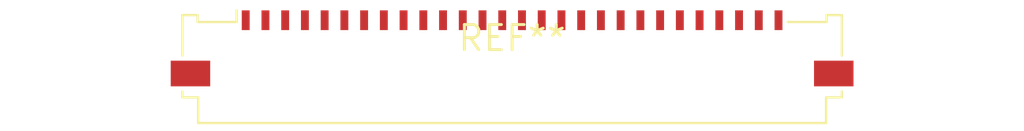
<source format=kicad_pcb>
(kicad_pcb (version 20240108) (generator pcbnew)
  (layers (0 "F.Cu" signal) (31 "B.Cu" signal) (34 "B.Paste" user) (35 "F.Paste" user) (36 "B.SilkS" user "B.Silkscreen") (37 "F.SilkS" user "F.Silkscreen") (38 "B.Mask" user) (39 "F.Mask" user) (44 "Edge.Cuts" user))
  (net 0 "")
  (footprint "Molex_200528-0280_1x28-1MP_P1.00mm_Horizontal" (layer "F.Cu") (at 0 0)
    (property "Reference" "REF**")
    (property "Value" "Molex_200528-0280_1x28-1MP_P1.00mm_Horizontal")
    (fp_line (start -16.71 -1.17) (end -16.71 0.88) (layer "F.SilkS") (stroke (width 0.12)))
    (fp_line (start -16.71 2.7) (end -16.71 3) (layer "F.SilkS") (stroke (width 0.12)))
    (fp_line (start -16.71 3) (end -15.91 3) (layer "F.SilkS") (stroke (width 0.12)))
    (fp_line (start -15.94 -1.17) (end -16.71 -1.17) (layer "F.SilkS") (stroke (width 0.12)))
    (fp_line (start -15.94 -0.82) (end -15.94 -1.17) (layer "F.SilkS") (stroke (width 0.12)))
    (fp_line (start -15.91 3) (end -15.91 4.3) (layer "F.SilkS") (stroke (width 0.12)))
    (fp_line (start -15.91 4.3) (end 15.91 4.3) (layer "F.SilkS") (stroke (width 0.12)))
    (fp_line (start -13.96 -1.41) (end -13.96 -0.82) (layer "F.SilkS") (stroke (width 0.12)))
    (fp_line (start -13.96 -0.82) (end -15.94 -0.82) (layer "F.SilkS") (stroke (width 0.12)))
    (fp_line (start 15.91 3) (end 16.71 3) (layer "F.SilkS") (stroke (width 0.12)))
    (fp_line (start 15.91 4.3) (end 15.91 3) (layer "F.SilkS") (stroke (width 0.12)))
    (fp_line (start 15.94 -1.17) (end 15.94 -0.82) (layer "F.SilkS") (stroke (width 0.12)))
    (fp_line (start 15.94 -0.82) (end 13.96 -0.82) (layer "F.SilkS") (stroke (width 0.12)))
    (fp_line (start 16.71 -1.17) (end 15.94 -1.17) (layer "F.SilkS") (stroke (width 0.12)))
    (fp_line (start 16.71 0.88) (end 16.71 -1.17) (layer "F.SilkS") (stroke (width 0.12)))
    (fp_line (start 16.71 3) (end 16.71 2.7) (layer "F.SilkS") (stroke (width 0.12)))
    (pad "1" smd rect (at -13.5 -0.91) (size 0.4 1) (layers "F.Cu" "F.Paste" "F.Mask"))
    (pad "2" smd rect (at -12.5 -0.91) (size 0.4 1) (layers "F.Cu" "F.Paste" "F.Mask"))
    (pad "3" smd rect (at -11.5 -0.91) (size 0.4 1) (layers "F.Cu" "F.Paste" "F.Mask"))
    (pad "4" smd rect (at -10.5 -0.91) (size 0.4 1) (layers "F.Cu" "F.Paste" "F.Mask"))
    (pad "5" smd rect (at -9.5 -0.91) (size 0.4 1) (layers "F.Cu" "F.Paste" "F.Mask"))
    (pad "6" smd rect (at -8.5 -0.91) (size 0.4 1) (layers "F.Cu" "F.Paste" "F.Mask"))
    (pad "7" smd rect (at -7.5 -0.91) (size 0.4 1) (layers "F.Cu" "F.Paste" "F.Mask"))
    (pad "8" smd rect (at -6.5 -0.91) (size 0.4 1) (layers "F.Cu" "F.Paste" "F.Mask"))
    (pad "9" smd rect (at -5.5 -0.91) (size 0.4 1) (layers "F.Cu" "F.Paste" "F.Mask"))
    (pad "10" smd rect (at -4.5 -0.91) (size 0.4 1) (layers "F.Cu" "F.Paste" "F.Mask"))
    (pad "11" smd rect (at -3.5 -0.91) (size 0.4 1) (layers "F.Cu" "F.Paste" "F.Mask"))
    (pad "12" smd rect (at -2.5 -0.91) (size 0.4 1) (layers "F.Cu" "F.Paste" "F.Mask"))
    (pad "13" smd rect (at -1.5 -0.91) (size 0.4 1) (layers "F.Cu" "F.Paste" "F.Mask"))
    (pad "14" smd rect (at -0.5 -0.91) (size 0.4 1) (layers "F.Cu" "F.Paste" "F.Mask"))
    (pad "15" smd rect (at 0.5 -0.91) (size 0.4 1) (layers "F.Cu" "F.Paste" "F.Mask"))
    (pad "16" smd rect (at 1.5 -0.91) (size 0.4 1) (layers "F.Cu" "F.Paste" "F.Mask"))
    (pad "17" smd rect (at 2.5 -0.91) (size 0.4 1) (layers "F.Cu" "F.Paste" "F.Mask"))
    (pad "18" smd rect (at 3.5 -0.91) (size 0.4 1) (layers "F.Cu" "F.Paste" "F.Mask"))
    (pad "19" smd rect (at 4.5 -0.91) (size 0.4 1) (layers "F.Cu" "F.Paste" "F.Mask"))
    (pad "20" smd rect (at 5.5 -0.91) (size 0.4 1) (layers "F.Cu" "F.Paste" "F.Mask"))
    (pad "21" smd rect (at 6.5 -0.91) (size 0.4 1) (layers "F.Cu" "F.Paste" "F.Mask"))
    (pad "22" smd rect (at 7.5 -0.91) (size 0.4 1) (layers "F.Cu" "F.Paste" "F.Mask"))
    (pad "23" smd rect (at 8.5 -0.91) (size 0.4 1) (layers "F.Cu" "F.Paste" "F.Mask"))
    (pad "24" smd rect (at 9.5 -0.91) (size 0.4 1) (layers "F.Cu" "F.Paste" "F.Mask"))
    (pad "25" smd rect (at 10.5 -0.91) (size 0.4 1) (layers "F.Cu" "F.Paste" "F.Mask"))
    (pad "26" smd rect (at 11.5 -0.91) (size 0.4 1) (layers "F.Cu" "F.Paste" "F.Mask"))
    (pad "27" smd rect (at 12.5 -0.91) (size 0.4 1) (layers "F.Cu" "F.Paste" "F.Mask"))
    (pad "28" smd rect (at 13.5 -0.91) (size 0.4 1) (layers "F.Cu" "F.Paste" "F.Mask"))
    (pad "MP" smd rect (at -16.3 1.79) (size 2 1.3) (layers "F.Cu" "F.Paste" "F.Mask"))
    (pad "MP" smd rect (at 16.3 1.79) (size 2 1.3) (layers "F.Cu" "F.Paste" "F.Mask"))
  )
)
</source>
